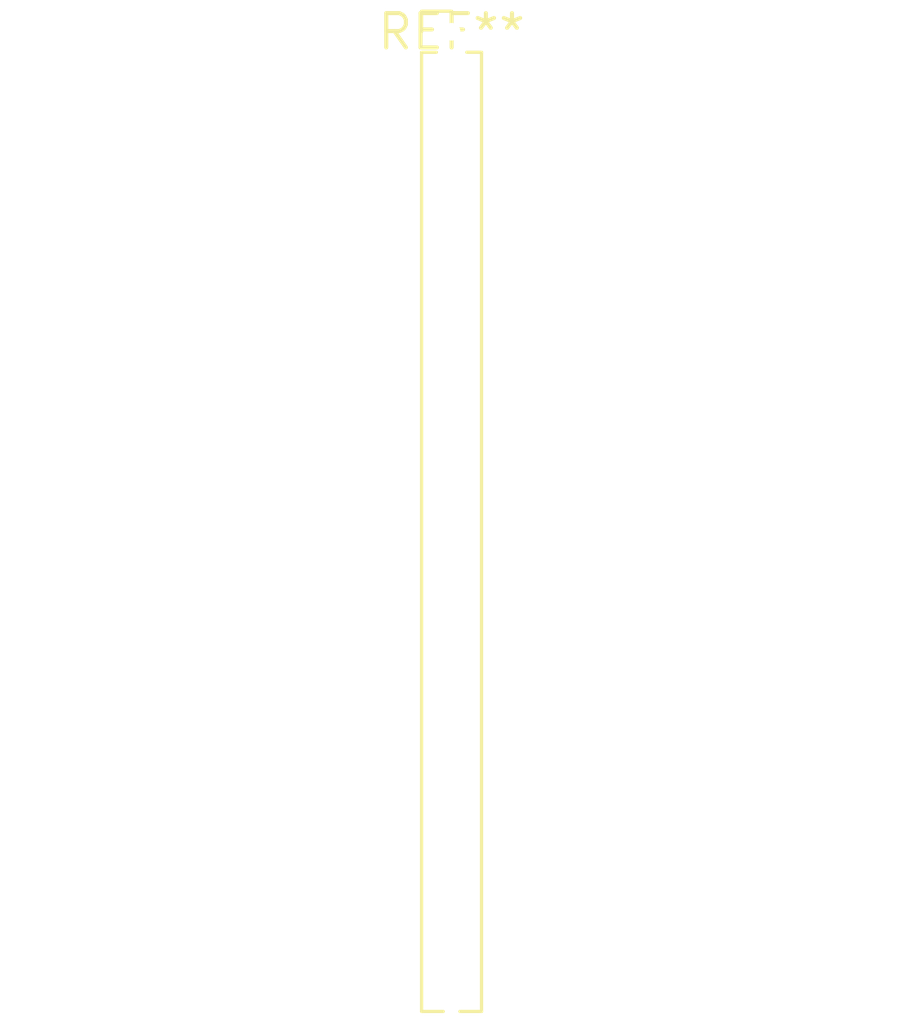
<source format=kicad_pcb>
(kicad_pcb (version 20240108) (generator pcbnew)
  (layers (0 "F.Cu" signal) (31 "B.Cu" signal) (34 "B.Paste" user) (35 "F.Paste" user) (36 "B.SilkS" user "B.Silkscreen") (37 "F.SilkS" user "F.Silkscreen") (38 "B.Mask" user) (39 "F.Mask" user) (44 "Edge.Cuts" user))
  (net 0 "")
  (footprint "PinHeader_1x29_P1.27mm_Vertical" (layer "F.Cu") (at 0 0)
    (property "Reference" "REF**")
    (property "Value" "PinHeader_1x29_P1.27mm_Vertical")
    (fp_line (start -1.11 -0.76) (end 0 -0.76) (layer "F.SilkS") (stroke (width 0.12)))
    (fp_line (start -1.11 0) (end -1.11 -0.76) (layer "F.SilkS") (stroke (width 0.12)))
    (fp_line (start -1.11 0.76) (end -1.11 36.255) (layer "F.SilkS") (stroke (width 0.12)))
    (fp_line (start -1.11 0.76) (end -0.563471 0.76) (layer "F.SilkS") (stroke (width 0.12)))
    (fp_line (start -1.11 36.255) (end -0.30753 36.255) (layer "F.SilkS") (stroke (width 0.12)))
    (fp_line (start 0.30753 36.255) (end 1.11 36.255) (layer "F.SilkS") (stroke (width 0.12)))
    (fp_line (start 0.563471 0.76) (end 1.11 0.76) (layer "F.SilkS") (stroke (width 0.12)))
    (fp_line (start 1.11 0.76) (end 1.11 36.255) (layer "F.SilkS") (stroke (width 0.12)))
    (pad "1" thru_hole rect (at 0 0) (size 1 1) (drill 0.65) (layers *.Cu *.Mask) (remove_unused_layers))
    (pad "2" thru_hole oval (at 0 1.27) (size 1 1) (drill 0.65) (layers *.Cu *.Mask) (remove_unused_layers))
    (pad "3" thru_hole oval (at 0 2.54) (size 1 1) (drill 0.65) (layers *.Cu *.Mask) (remove_unused_layers))
    (pad "4" thru_hole oval (at 0 3.81) (size 1 1) (drill 0.65) (layers *.Cu *.Mask) (remove_unused_layers))
    (pad "5" thru_hole oval (at 0 5.08) (size 1 1) (drill 0.65) (layers *.Cu *.Mask) (remove_unused_layers))
    (pad "6" thru_hole oval (at 0 6.35) (size 1 1) (drill 0.65) (layers *.Cu *.Mask) (remove_unused_layers))
    (pad "7" thru_hole oval (at 0 7.62) (size 1 1) (drill 0.65) (layers *.Cu *.Mask) (remove_unused_layers))
    (pad "8" thru_hole oval (at 0 8.89) (size 1 1) (drill 0.65) (layers *.Cu *.Mask) (remove_unused_layers))
    (pad "9" thru_hole oval (at 0 10.16) (size 1 1) (drill 0.65) (layers *.Cu *.Mask) (remove_unused_layers))
    (pad "10" thru_hole oval (at 0 11.43) (size 1 1) (drill 0.65) (layers *.Cu *.Mask) (remove_unused_layers))
    (pad "11" thru_hole oval (at 0 12.7) (size 1 1) (drill 0.65) (layers *.Cu *.Mask) (remove_unused_layers))
    (pad "12" thru_hole oval (at 0 13.97) (size 1 1) (drill 0.65) (layers *.Cu *.Mask) (remove_unused_layers))
    (pad "13" thru_hole oval (at 0 15.24) (size 1 1) (drill 0.65) (layers *.Cu *.Mask) (remove_unused_layers))
    (pad "14" thru_hole oval (at 0 16.51) (size 1 1) (drill 0.65) (layers *.Cu *.Mask) (remove_unused_layers))
    (pad "15" thru_hole oval (at 0 17.78) (size 1 1) (drill 0.65) (layers *.Cu *.Mask) (remove_unused_layers))
    (pad "16" thru_hole oval (at 0 19.05) (size 1 1) (drill 0.65) (layers *.Cu *.Mask) (remove_unused_layers))
    (pad "17" thru_hole oval (at 0 20.32) (size 1 1) (drill 0.65) (layers *.Cu *.Mask) (remove_unused_layers))
    (pad "18" thru_hole oval (at 0 21.59) (size 1 1) (drill 0.65) (layers *.Cu *.Mask) (remove_unused_layers))
    (pad "19" thru_hole oval (at 0 22.86) (size 1 1) (drill 0.65) (layers *.Cu *.Mask) (remove_unused_layers))
    (pad "20" thru_hole oval (at 0 24.13) (size 1 1) (drill 0.65) (layers *.Cu *.Mask) (remove_unused_layers))
    (pad "21" thru_hole oval (at 0 25.4) (size 1 1) (drill 0.65) (layers *.Cu *.Mask) (remove_unused_layers))
    (pad "22" thru_hole oval (at 0 26.67) (size 1 1) (drill 0.65) (layers *.Cu *.Mask) (remove_unused_layers))
    (pad "23" thru_hole oval (at 0 27.94) (size 1 1) (drill 0.65) (layers *.Cu *.Mask) (remove_unused_layers))
    (pad "24" thru_hole oval (at 0 29.21) (size 1 1) (drill 0.65) (layers *.Cu *.Mask) (remove_unused_layers))
    (pad "25" thru_hole oval (at 0 30.48) (size 1 1) (drill 0.65) (layers *.Cu *.Mask) (remove_unused_layers))
    (pad "26" thru_hole oval (at 0 31.75) (size 1 1) (drill 0.65) (layers *.Cu *.Mask) (remove_unused_layers))
    (pad "27" thru_hole oval (at 0 33.02) (size 1 1) (drill 0.65) (layers *.Cu *.Mask) (remove_unused_layers))
    (pad "28" thru_hole oval (at 0 34.29) (size 1 1) (drill 0.65) (layers *.Cu *.Mask) (remove_unused_layers))
    (pad "29" thru_hole oval (at 0 35.56) (size 1 1) (drill 0.65) (layers *.Cu *.Mask) (remove_unused_layers))
  )
)
</source>
